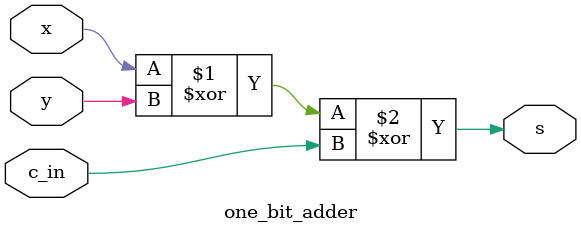
<source format=v>
module one_bit_adder(x, y, c_in, s);
    input x, y, c_in;
    output s;
    
    xor sum(s, x, y, c_in);

endmodule
</source>
